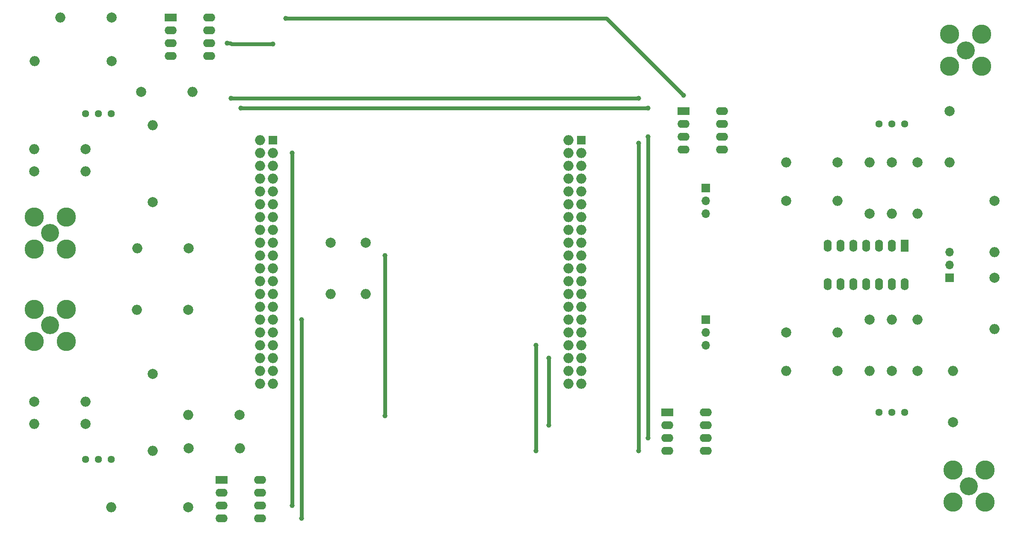
<source format=gbr>
%TF.GenerationSoftware,KiCad,Pcbnew,(5.1.6)-1*%
%TF.CreationDate,2020-11-12T09:17:09+01:00*%
%TF.ProjectId,carteAdaptatrice,63617274-6541-4646-9170-746174726963,rev?*%
%TF.SameCoordinates,Original*%
%TF.FileFunction,Copper,L1,Top*%
%TF.FilePolarity,Positive*%
%FSLAX46Y46*%
G04 Gerber Fmt 4.6, Leading zero omitted, Abs format (unit mm)*
G04 Created by KiCad (PCBNEW (5.1.6)-1) date 2020-11-12 09:17:09*
%MOMM*%
%LPD*%
G01*
G04 APERTURE LIST*
%TA.AperFunction,ComponentPad*%
%ADD10O,2.000000X2.000000*%
%TD*%
%TA.AperFunction,ComponentPad*%
%ADD11C,2.000000*%
%TD*%
%TA.AperFunction,ComponentPad*%
%ADD12C,3.810000*%
%TD*%
%TA.AperFunction,ComponentPad*%
%ADD13C,3.556000*%
%TD*%
%TA.AperFunction,ComponentPad*%
%ADD14R,1.700000X1.700000*%
%TD*%
%TA.AperFunction,ComponentPad*%
%ADD15O,1.700000X1.700000*%
%TD*%
%TA.AperFunction,ComponentPad*%
%ADD16C,1.440000*%
%TD*%
%TA.AperFunction,ComponentPad*%
%ADD17R,1.600000X2.400000*%
%TD*%
%TA.AperFunction,ComponentPad*%
%ADD18O,1.600000X2.400000*%
%TD*%
%TA.AperFunction,ComponentPad*%
%ADD19R,2.400000X1.600000*%
%TD*%
%TA.AperFunction,ComponentPad*%
%ADD20O,2.400000X1.600000*%
%TD*%
%TA.AperFunction,ViaPad*%
%ADD21C,1.000000*%
%TD*%
%TA.AperFunction,Conductor*%
%ADD22C,0.800000*%
%TD*%
G04 APERTURE END LIST*
D10*
%TO.P,C3,2*%
%TO.N,Net-(C3-Pad2)*%
X247650000Y-100330000D03*
D11*
%TO.P,C3,1*%
%TO.N,GND*%
X247650000Y-90170000D03*
%TD*%
%TO.P,C4,1*%
%TO.N,GND*%
X248285000Y-151765000D03*
D10*
%TO.P,C4,2*%
%TO.N,Net-(C4-Pad2)*%
X248285000Y-141605000D03*
%TD*%
D11*
%TO.P,C5,1*%
%TO.N,Net-(C5-Pad1)*%
X215265000Y-107950000D03*
D10*
%TO.P,C5,2*%
%TO.N,Net-(C5-Pad2)*%
X225425000Y-107950000D03*
%TD*%
D11*
%TO.P,C6,1*%
%TO.N,Net-(C6-Pad1)*%
X215265000Y-133985000D03*
D10*
%TO.P,C6,2*%
%TO.N,Net-(C6-Pad2)*%
X225425000Y-133985000D03*
%TD*%
%TO.P,C7,2*%
%TO.N,VCC+*%
X256540000Y-118110000D03*
D11*
%TO.P,C7,1*%
%TO.N,GND*%
X256540000Y-107950000D03*
%TD*%
%TO.P,C8,1*%
%TO.N,VCC-*%
X256540000Y-123190000D03*
D10*
%TO.P,C8,2*%
%TO.N,GND*%
X256540000Y-133350000D03*
%TD*%
D12*
%TO.P,J1,2*%
%TO.N,GND*%
X66421000Y-111125000D03*
D13*
%TO.P,J1,1*%
%TO.N,Net-(J1-Pad1)*%
X69596000Y-114300000D03*
D12*
%TO.P,J1,2*%
%TO.N,GND*%
X72771000Y-111125000D03*
X66421000Y-117475000D03*
X72771000Y-117475000D03*
%TD*%
%TO.P,J2,2*%
%TO.N,GND*%
X72771000Y-135763000D03*
X66421000Y-135763000D03*
X72771000Y-129413000D03*
D13*
%TO.P,J2,1*%
%TO.N,Net-(J2-Pad1)*%
X69596000Y-132588000D03*
D12*
%TO.P,J2,2*%
%TO.N,GND*%
X66421000Y-129413000D03*
%TD*%
D14*
%TO.P,J3,1*%
%TO.N,Net-(J3-Pad1)*%
X113665000Y-95885000D03*
D10*
%TO.P,J3,2*%
%TO.N,Net-(J3-Pad2)*%
X111125000Y-95885000D03*
%TO.P,J3,3*%
%TO.N,MISO*%
X113665000Y-98425000D03*
%TO.P,J3,4*%
%TO.N,SCK*%
X111125000Y-98425000D03*
%TO.P,J3,5*%
%TO.N,Net-(J3-Pad5)*%
X113665000Y-100965000D03*
%TO.P,J3,6*%
%TO.N,MOSI*%
X111125000Y-100965000D03*
%TO.P,J3,7*%
%TO.N,Net-(J3-Pad7)*%
X113665000Y-103505000D03*
%TO.P,J3,8*%
%TO.N,Net-(J3-Pad8)*%
X111125000Y-103505000D03*
%TO.P,J3,9*%
%TO.N,Net-(J3-Pad9)*%
X113665000Y-106045000D03*
%TO.P,J3,10*%
%TO.N,Net-(J3-Pad10)*%
X111125000Y-106045000D03*
%TO.P,J3,11*%
%TO.N,Net-(J3-Pad11)*%
X113665000Y-108585000D03*
%TO.P,J3,12*%
%TO.N,Net-(J3-Pad12)*%
X111125000Y-108585000D03*
%TO.P,J3,13*%
%TO.N,Net-(J3-Pad13)*%
X113665000Y-111125000D03*
%TO.P,J3,14*%
%TO.N,Net-(J3-Pad14)*%
X111125000Y-111125000D03*
%TO.P,J3,15*%
%TO.N,Net-(J3-Pad15)*%
X113665000Y-113665000D03*
%TO.P,J3,16*%
%TO.N,CS_ADC1*%
X111125000Y-113665000D03*
%TO.P,J3,17*%
%TO.N,3.3V*%
X113665000Y-116205000D03*
%TO.P,J3,18*%
%TO.N,Net-(J3-Pad18)*%
X111125000Y-116205000D03*
%TO.P,J3,19*%
%TO.N,5V*%
X113665000Y-118745000D03*
%TO.P,J3,20*%
%TO.N,Net-(J3-Pad20)*%
X111125000Y-118745000D03*
%TO.P,J3,21*%
%TO.N,GND*%
X113665000Y-121285000D03*
%TO.P,J3,22*%
X111125000Y-121285000D03*
%TO.P,J3,23*%
X113665000Y-123825000D03*
%TO.P,J3,24*%
%TO.N,Net-(J3-Pad24)*%
X111125000Y-123825000D03*
%TO.P,J3,25*%
%TO.N,Net-(J3-Pad25)*%
X113665000Y-126365000D03*
%TO.P,J3,26*%
%TO.N,Net-(J3-Pad26)*%
X111125000Y-126365000D03*
%TO.P,J3,27*%
%TO.N,Net-(J3-Pad27)*%
X113665000Y-128905000D03*
%TO.P,J3,28*%
%TO.N,Net-(J3-Pad28)*%
X111125000Y-128905000D03*
%TO.P,J3,29*%
%TO.N,CS_ADC2*%
X113665000Y-131445000D03*
%TO.P,J3,30*%
%TO.N,Net-(J3-Pad30)*%
X111125000Y-131445000D03*
%TO.P,J3,31*%
%TO.N,Net-(J3-Pad31)*%
X113665000Y-133985000D03*
%TO.P,J3,32*%
%TO.N,Net-(J3-Pad32)*%
X111125000Y-133985000D03*
%TO.P,J3,33*%
%TO.N,V_OUT_X*%
X113665000Y-136525000D03*
%TO.P,J3,34*%
%TO.N,Net-(J3-Pad34)*%
X111125000Y-136525000D03*
%TO.P,J3,35*%
%TO.N,Net-(J3-Pad35)*%
X113665000Y-139065000D03*
%TO.P,J3,36*%
%TO.N,Net-(J3-Pad36)*%
X111125000Y-139065000D03*
%TO.P,J3,37*%
%TO.N,V_IN_X*%
X113665000Y-141605000D03*
%TO.P,J3,38*%
X111125000Y-141605000D03*
%TO.P,J3,39*%
%TO.N,V_IN_Y*%
X113665000Y-144145000D03*
%TO.P,J3,40*%
%TO.N,Net-(J3-Pad40)*%
X111125000Y-144145000D03*
%TD*%
%TO.P,J4,40*%
%TO.N,Net-(J4-Pad40)*%
X172212000Y-144145000D03*
%TO.P,J4,39*%
%TO.N,Net-(J4-Pad39)*%
X174752000Y-144145000D03*
%TO.P,J4,38*%
%TO.N,Net-(J4-Pad38)*%
X172212000Y-141605000D03*
%TO.P,J4,37*%
%TO.N,Net-(J4-Pad37)*%
X174752000Y-141605000D03*
%TO.P,J4,36*%
%TO.N,CS_DAC2*%
X172212000Y-139065000D03*
%TO.P,J4,35*%
%TO.N,Net-(J4-Pad35)*%
X174752000Y-139065000D03*
%TO.P,J4,34*%
%TO.N,LDAC2*%
X172212000Y-136525000D03*
%TO.P,J4,33*%
%TO.N,Net-(J4-Pad33)*%
X174752000Y-136525000D03*
%TO.P,J4,32*%
%TO.N,Net-(J4-Pad32)*%
X172212000Y-133985000D03*
%TO.P,J4,31*%
%TO.N,Net-(J4-Pad31)*%
X174752000Y-133985000D03*
%TO.P,J4,30*%
%TO.N,Net-(J4-Pad30)*%
X172212000Y-131445000D03*
%TO.P,J4,29*%
%TO.N,Net-(J4-Pad29)*%
X174752000Y-131445000D03*
%TO.P,J4,28*%
%TO.N,Net-(J4-Pad28)*%
X172212000Y-128905000D03*
%TO.P,J4,27*%
%TO.N,Net-(J4-Pad27)*%
X174752000Y-128905000D03*
%TO.P,J4,26*%
%TO.N,Net-(J4-Pad26)*%
X172212000Y-126365000D03*
%TO.P,J4,25*%
%TO.N,Net-(J4-Pad25)*%
X174752000Y-126365000D03*
%TO.P,J4,24*%
%TO.N,Net-(J4-Pad24)*%
X172212000Y-123825000D03*
%TO.P,J4,23*%
%TO.N,Net-(J4-Pad23)*%
X174752000Y-123825000D03*
%TO.P,J4,22*%
%TO.N,Net-(J4-Pad22)*%
X172212000Y-121285000D03*
%TO.P,J4,21*%
%TO.N,Net-(J4-Pad21)*%
X174752000Y-121285000D03*
%TO.P,J4,20*%
%TO.N,Net-(J4-Pad20)*%
X172212000Y-118745000D03*
%TO.P,J4,19*%
%TO.N,Net-(J4-Pad19)*%
X174752000Y-118745000D03*
%TO.P,J4,18*%
%TO.N,Net-(J4-Pad18)*%
X172212000Y-116205000D03*
%TO.P,J4,17*%
%TO.N,Net-(J4-Pad17)*%
X174752000Y-116205000D03*
%TO.P,J4,16*%
%TO.N,Net-(J4-Pad16)*%
X172212000Y-113665000D03*
%TO.P,J4,15*%
%TO.N,Net-(J4-Pad15)*%
X174752000Y-113665000D03*
%TO.P,J4,14*%
%TO.N,V_OUT_Y*%
X172212000Y-111125000D03*
%TO.P,J4,13*%
%TO.N,Net-(J4-Pad13)*%
X174752000Y-111125000D03*
%TO.P,J4,12*%
%TO.N,Net-(J4-Pad12)*%
X172212000Y-108585000D03*
%TO.P,J4,11*%
%TO.N,Net-(J4-Pad11)*%
X174752000Y-108585000D03*
%TO.P,J4,10*%
%TO.N,Net-(J4-Pad10)*%
X172212000Y-106045000D03*
%TO.P,J4,9*%
%TO.N,Net-(J4-Pad9)*%
X174752000Y-106045000D03*
%TO.P,J4,8*%
%TO.N,Net-(J4-Pad8)*%
X172212000Y-103505000D03*
%TO.P,J4,7*%
%TO.N,Net-(J4-Pad7)*%
X174752000Y-103505000D03*
%TO.P,J4,6*%
%TO.N,Net-(J4-Pad6)*%
X172212000Y-100965000D03*
%TO.P,J4,5*%
%TO.N,LDAC1*%
X174752000Y-100965000D03*
%TO.P,J4,4*%
%TO.N,Net-(J4-Pad4)*%
X172212000Y-98425000D03*
%TO.P,J4,3*%
%TO.N,CS_DAC1*%
X174752000Y-98425000D03*
%TO.P,J4,2*%
%TO.N,Net-(J4-Pad2)*%
X172212000Y-95885000D03*
D14*
%TO.P,J4,1*%
%TO.N,Net-(J4-Pad1)*%
X174752000Y-95885000D03*
%TD*%
%TO.P,J5,1*%
%TO.N,VCC-*%
X247650000Y-123190000D03*
D15*
%TO.P,J5,2*%
%TO.N,GND*%
X247650000Y-120650000D03*
%TO.P,J5,3*%
%TO.N,VCC+*%
X247650000Y-118110000D03*
%TD*%
D12*
%TO.P,J6,2*%
%TO.N,GND*%
X247650000Y-74930000D03*
D13*
%TO.P,J6,1*%
%TO.N,Net-(C3-Pad2)*%
X250825000Y-78105000D03*
D12*
%TO.P,J6,2*%
%TO.N,GND*%
X254000000Y-74930000D03*
X247650000Y-81280000D03*
X254000000Y-81280000D03*
%TD*%
%TO.P,J7,2*%
%TO.N,GND*%
X254635000Y-167640000D03*
X248285000Y-167640000D03*
X254635000Y-161290000D03*
D13*
%TO.P,J7,1*%
%TO.N,Net-(C4-Pad2)*%
X251460000Y-164465000D03*
D12*
%TO.P,J7,2*%
%TO.N,GND*%
X248285000Y-161290000D03*
%TD*%
D15*
%TO.P,J8,3*%
%TO.N,V_OUT_X*%
X199390000Y-110490000D03*
%TO.P,J8,2*%
%TO.N,Net-(C5-Pad1)*%
X199390000Y-107950000D03*
D14*
%TO.P,J8,1*%
%TO.N,V_OUT_X_DAC*%
X199390000Y-105410000D03*
%TD*%
%TO.P,J9,1*%
%TO.N,V_OUT_Y*%
X199390000Y-131445000D03*
D15*
%TO.P,J9,2*%
%TO.N,Net-(C6-Pad1)*%
X199390000Y-133985000D03*
%TO.P,J9,3*%
%TO.N,V_OUT_Y_DAC*%
X199390000Y-136525000D03*
%TD*%
D11*
%TO.P,R1,1*%
%TO.N,Net-(R1-Pad1)*%
X76581000Y-97663000D03*
D10*
%TO.P,R1,2*%
%TO.N,Net-(J1-Pad1)*%
X66421000Y-97663000D03*
%TD*%
%TO.P,R2,2*%
%TO.N,Net-(J2-Pad1)*%
X66421000Y-152146000D03*
D11*
%TO.P,R2,1*%
%TO.N,Net-(R2-Pad1)*%
X76581000Y-152146000D03*
%TD*%
%TO.P,R3,1*%
%TO.N,GND*%
X66421000Y-102108000D03*
D10*
%TO.P,R3,2*%
%TO.N,V_IN_X_5*%
X76581000Y-102108000D03*
%TD*%
D11*
%TO.P,R4,1*%
%TO.N,GND*%
X66421000Y-147701000D03*
D10*
%TO.P,R4,2*%
%TO.N,V_IN_Y_5*%
X76581000Y-147701000D03*
%TD*%
%TO.P,R5,2*%
%TO.N,V_IN_X*%
X125095000Y-126365000D03*
D11*
%TO.P,R5,1*%
%TO.N,3.3V*%
X125095000Y-116205000D03*
%TD*%
D10*
%TO.P,R6,2*%
%TO.N,GND*%
X86868000Y-117348000D03*
D11*
%TO.P,R6,1*%
%TO.N,V_IN_X*%
X97028000Y-117348000D03*
%TD*%
%TO.P,R7,1*%
%TO.N,3.3V*%
X132080000Y-116205000D03*
D10*
%TO.P,R7,2*%
%TO.N,V_IN_Y*%
X132080000Y-126365000D03*
%TD*%
%TO.P,R8,2*%
%TO.N,GND*%
X86741000Y-129540000D03*
D11*
%TO.P,R8,1*%
%TO.N,V_IN_Y*%
X96901000Y-129540000D03*
%TD*%
D10*
%TO.P,R9,2*%
%TO.N,GND*%
X231775000Y-100330000D03*
D11*
%TO.P,R9,1*%
%TO.N,Net-(R11-Pad2)*%
X231775000Y-110490000D03*
%TD*%
D10*
%TO.P,R10,2*%
%TO.N,GND*%
X231775000Y-141605000D03*
D11*
%TO.P,R10,1*%
%TO.N,Net-(R10-Pad1)*%
X231775000Y-131445000D03*
%TD*%
%TO.P,R11,1*%
%TO.N,Net-(R11-Pad1)*%
X236220000Y-100330000D03*
D10*
%TO.P,R11,2*%
%TO.N,Net-(R11-Pad2)*%
X236220000Y-110490000D03*
%TD*%
D11*
%TO.P,R12,1*%
%TO.N,Net-(R12-Pad1)*%
X236220000Y-141605000D03*
D10*
%TO.P,R12,2*%
%TO.N,Net-(R10-Pad1)*%
X236220000Y-131445000D03*
%TD*%
%TO.P,R13,2*%
%TO.N,Net-(R13-Pad2)*%
X241300000Y-110490000D03*
D11*
%TO.P,R13,1*%
%TO.N,Net-(C3-Pad2)*%
X241300000Y-100330000D03*
%TD*%
%TO.P,R14,1*%
%TO.N,Net-(C4-Pad2)*%
X241300000Y-141605000D03*
D10*
%TO.P,R14,2*%
%TO.N,Net-(R14-Pad2)*%
X241300000Y-131445000D03*
%TD*%
%TO.P,R15,2*%
%TO.N,Net-(C5-Pad2)*%
X215265000Y-100330000D03*
D11*
%TO.P,R15,1*%
%TO.N,GND*%
X225425000Y-100330000D03*
%TD*%
D10*
%TO.P,R16,2*%
%TO.N,Net-(C6-Pad2)*%
X215265000Y-141605000D03*
D11*
%TO.P,R16,1*%
%TO.N,GND*%
X225425000Y-141605000D03*
%TD*%
D16*
%TO.P,RV1,3*%
%TO.N,Net-(R1-Pad1)*%
X76581000Y-90678000D03*
%TO.P,RV1,2*%
%TO.N,V_IN_X_5*%
X79121000Y-90678000D03*
%TO.P,RV1,1*%
X81661000Y-90678000D03*
%TD*%
%TO.P,RV2,1*%
%TO.N,V_IN_Y_5*%
X81661000Y-159131000D03*
%TO.P,RV2,2*%
X79121000Y-159131000D03*
%TO.P,RV2,3*%
%TO.N,Net-(R2-Pad1)*%
X76581000Y-159131000D03*
%TD*%
%TO.P,RV3,1*%
%TO.N,Net-(R11-Pad1)*%
X233680000Y-92710000D03*
%TO.P,RV3,2*%
X236220000Y-92710000D03*
%TO.P,RV3,3*%
%TO.N,Net-(R13-Pad2)*%
X238760000Y-92710000D03*
%TD*%
%TO.P,RV4,3*%
%TO.N,Net-(R14-Pad2)*%
X238760000Y-149860000D03*
%TO.P,RV4,2*%
%TO.N,Net-(R12-Pad1)*%
X236220000Y-149860000D03*
%TO.P,RV4,1*%
X233680000Y-149860000D03*
%TD*%
D17*
%TO.P,U1,1*%
%TO.N,Net-(R13-Pad2)*%
X238760000Y-116840000D03*
D18*
%TO.P,U1,8*%
%TO.N,N/C*%
X223520000Y-124460000D03*
%TO.P,U1,2*%
%TO.N,Net-(R11-Pad2)*%
X236220000Y-116840000D03*
%TO.P,U1,9*%
%TO.N,N/C*%
X226060000Y-124460000D03*
%TO.P,U1,3*%
%TO.N,Net-(C5-Pad2)*%
X233680000Y-116840000D03*
%TO.P,U1,10*%
%TO.N,N/C*%
X228600000Y-124460000D03*
%TO.P,U1,4*%
%TO.N,VCC+*%
X231140000Y-116840000D03*
%TO.P,U1,11*%
%TO.N,VCC-*%
X231140000Y-124460000D03*
%TO.P,U1,5*%
%TO.N,N/C*%
X228600000Y-116840000D03*
%TO.P,U1,12*%
%TO.N,Net-(C6-Pad2)*%
X233680000Y-124460000D03*
%TO.P,U1,6*%
%TO.N,N/C*%
X226060000Y-116840000D03*
%TO.P,U1,13*%
%TO.N,Net-(R10-Pad1)*%
X236220000Y-124460000D03*
%TO.P,U1,7*%
%TO.N,N/C*%
X223520000Y-116840000D03*
%TO.P,U1,14*%
%TO.N,Net-(R14-Pad2)*%
X238760000Y-124460000D03*
%TD*%
D19*
%TO.P,U2,1*%
%TO.N,5V*%
X93472000Y-71628000D03*
D20*
%TO.P,U2,5*%
%TO.N,CS_ADC1*%
X101092000Y-79248000D03*
%TO.P,U2,2*%
%TO.N,Net-(C9-Pad1)*%
X93472000Y-74168000D03*
%TO.P,U2,6*%
%TO.N,MISO*%
X101092000Y-76708000D03*
%TO.P,U2,3*%
%TO.N,GND*%
X93472000Y-76708000D03*
%TO.P,U2,7*%
%TO.N,SCK*%
X101092000Y-74168000D03*
%TO.P,U2,4*%
%TO.N,GND*%
X93472000Y-79248000D03*
%TO.P,U2,8*%
%TO.N,5V*%
X101092000Y-71628000D03*
%TD*%
%TO.P,U3,8*%
%TO.N,5V*%
X111125000Y-163195000D03*
%TO.P,U3,4*%
%TO.N,GND*%
X103505000Y-170815000D03*
%TO.P,U3,7*%
%TO.N,SCK*%
X111125000Y-165735000D03*
%TO.P,U3,3*%
%TO.N,GND*%
X103505000Y-168275000D03*
%TO.P,U3,6*%
%TO.N,MISO*%
X111125000Y-168275000D03*
%TO.P,U3,2*%
%TO.N,Net-(C10-Pad1)*%
X103505000Y-165735000D03*
%TO.P,U3,5*%
%TO.N,CS_ADC2*%
X111125000Y-170815000D03*
D19*
%TO.P,U3,1*%
%TO.N,5V*%
X103505000Y-163195000D03*
%TD*%
D20*
%TO.P,U4,8*%
%TO.N,V_OUT_X_DAC*%
X202565000Y-90170000D03*
%TO.P,U4,4*%
%TO.N,MOSI*%
X194945000Y-97790000D03*
%TO.P,U4,7*%
%TO.N,GND*%
X202565000Y-92710000D03*
%TO.P,U4,3*%
%TO.N,SCK*%
X194945000Y-95250000D03*
%TO.P,U4,6*%
%TO.N,5V*%
X202565000Y-95250000D03*
%TO.P,U4,2*%
%TO.N,CS_DAC1*%
X194945000Y-92710000D03*
%TO.P,U4,5*%
%TO.N,LDAC1*%
X202565000Y-97790000D03*
D19*
%TO.P,U4,1*%
%TO.N,5V*%
X194945000Y-90170000D03*
%TD*%
%TO.P,U5,1*%
%TO.N,5V*%
X191770000Y-149860000D03*
D20*
%TO.P,U5,5*%
%TO.N,LDAC2*%
X199390000Y-157480000D03*
%TO.P,U5,2*%
%TO.N,CS_DAC2*%
X191770000Y-152400000D03*
%TO.P,U5,6*%
%TO.N,5V*%
X199390000Y-154940000D03*
%TO.P,U5,3*%
%TO.N,SCK*%
X191770000Y-154940000D03*
%TO.P,U5,7*%
%TO.N,GND*%
X199390000Y-152400000D03*
%TO.P,U5,4*%
%TO.N,MOSI*%
X191770000Y-157480000D03*
%TO.P,U5,8*%
%TO.N,V_OUT_Y_DAC*%
X199390000Y-149860000D03*
%TD*%
D10*
%TO.P,C9,2*%
%TO.N,V_IN_X_5*%
X66548000Y-80264000D03*
D11*
%TO.P,C9,1*%
%TO.N,Net-(C9-Pad1)*%
X81788000Y-80264000D03*
%TD*%
%TO.P,C10,1*%
%TO.N,Net-(C10-Pad1)*%
X96901000Y-168656000D03*
D10*
%TO.P,C10,2*%
%TO.N,V_IN_Y_5*%
X81661000Y-168656000D03*
%TD*%
D11*
%TO.P,R17,1*%
%TO.N,5V*%
X81788000Y-71628000D03*
D10*
%TO.P,R17,2*%
%TO.N,Net-(C9-Pad1)*%
X71628000Y-71628000D03*
%TD*%
%TO.P,R18,2*%
%TO.N,GND*%
X97790000Y-86360000D03*
D11*
%TO.P,R18,1*%
%TO.N,Net-(C9-Pad1)*%
X87630000Y-86360000D03*
%TD*%
%TO.P,R19,1*%
%TO.N,5V*%
X107061000Y-150368000D03*
D10*
%TO.P,R19,2*%
%TO.N,Net-(C10-Pad1)*%
X96901000Y-150368000D03*
%TD*%
%TO.P,R20,2*%
%TO.N,GND*%
X107188000Y-156972000D03*
D11*
%TO.P,R20,1*%
%TO.N,Net-(C10-Pad1)*%
X97028000Y-156972000D03*
%TD*%
%TO.P,C1,1*%
%TO.N,V_IN_X*%
X89916000Y-108204000D03*
D10*
%TO.P,C1,2*%
%TO.N,V_IN_X_5*%
X89916000Y-92964000D03*
%TD*%
%TO.P,C2,2*%
%TO.N,V_IN_Y_5*%
X89916000Y-157480000D03*
D11*
%TO.P,C2,1*%
%TO.N,V_IN_Y*%
X89916000Y-142240000D03*
%TD*%
D21*
%TO.N,SCK*%
X187960000Y-89535000D03*
X107315000Y-89535000D03*
X187960000Y-154940000D03*
X187960000Y-95250000D03*
%TO.N,MISO*%
X104648000Y-76708000D03*
X113665000Y-76835000D03*
X117475000Y-98425000D03*
X117475000Y-168275000D03*
%TO.N,MOSI*%
X186055000Y-157480000D03*
X186055000Y-96520000D03*
X186055000Y-87630000D03*
X105410000Y-87630000D03*
%TO.N,CS_ADC2*%
X119380000Y-170815000D03*
X119380000Y-131445000D03*
%TO.N,5V*%
X135890000Y-118745000D03*
X194945000Y-86995000D03*
X135890000Y-150494998D03*
X116205000Y-71755000D03*
%TO.N,CS_DAC2*%
X168275000Y-139065000D03*
X168275000Y-152400000D03*
%TO.N,LDAC2*%
X165735000Y-136525000D03*
X165735000Y-157480000D03*
%TD*%
D22*
%TO.N,SCK*%
X187960000Y-89535000D02*
X107315000Y-89535000D01*
X187960000Y-95250000D02*
X187960000Y-154940000D01*
%TO.N,MISO*%
X105355106Y-76708000D02*
X105482106Y-76835000D01*
X104648000Y-76708000D02*
X105355106Y-76708000D01*
X105482106Y-76835000D02*
X113665000Y-76835000D01*
X117475000Y-98425000D02*
X117475000Y-168275000D01*
%TO.N,MOSI*%
X186055000Y-157480000D02*
X186055000Y-96520000D01*
X186055000Y-87630000D02*
X105410000Y-87630000D01*
%TO.N,CS_ADC2*%
X119380000Y-170815000D02*
X119380000Y-131445000D01*
%TO.N,5V*%
X135890000Y-118745000D02*
X135890000Y-150494998D01*
X194945000Y-86995000D02*
X179705000Y-71755000D01*
X116912106Y-71755000D02*
X116205000Y-71755000D01*
X179705000Y-71755000D02*
X116912106Y-71755000D01*
%TO.N,CS_DAC2*%
X168275000Y-139065000D02*
X168275000Y-152400000D01*
%TO.N,LDAC2*%
X165735000Y-136525000D02*
X165735000Y-157480000D01*
%TD*%
M02*

</source>
